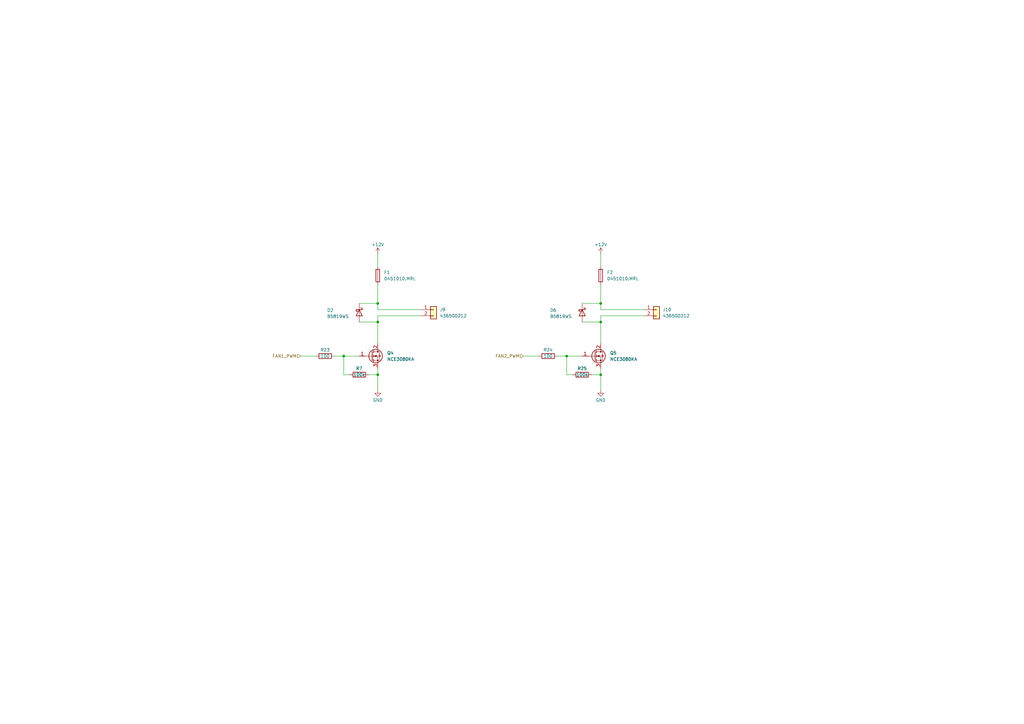
<source format=kicad_sch>
(kicad_sch (version 20231120) (generator "eeschema") (generator_version "8.0")
  (paper "A3")
  (title_block (title "Porto - Butterfly") (date "2025-02-20") (rev "v2.0"))
  (lib_symbols
    (symbol "Connector_Generic:Conn_01x02" (pin_names (offset 1.016) hide)
      (property "Reference" "J" (at 0 2.54 0))
      (property "Value" "Conn_01x02" (at 0 -5.08 0))
      (symbol "Conn_01x02_1_1"
        (rectangle (start -1.27 -2.413) (end 0 -2.667) (stroke (width 0.1524)))
        (rectangle (start -1.27 0.127) (end 0 -0.127) (stroke (width 0.1524)))
        (rectangle (start -1.27 1.27) (end 1.27 -3.81) (stroke (width 0.254)) (fill (type background)))
        (pin passive line (at -5.08 0 0) (length 3.81) (name "Pin_1") (number "1"))
        (pin passive line (at -5.08 -2.54 0) (length 3.81) (name "Pin_2") (number "2"))
      )
    )
    (symbol "Device:D_Schottky" (pin_numbers hide) (pin_names (offset 1.016) hide)
      (property "Reference" "D" (at 0 2.54 0))
      (property "Value" "D_Schottky" (at 0 -2.54 0))
      (symbol "D_Schottky_0_1"
        (polyline (pts (xy 1.27 0) (xy -1.27 0)))
        (polyline (pts (xy 1.27 1.27) (xy 1.27 -1.27) (xy -1.27 0) (xy 1.27 1.27)) (stroke (width 0.254)))
        (polyline (pts (xy -1.905 0.635) (xy -1.905 1.27) (xy -1.27 1.27) (xy -1.27 -1.27) (xy -0.635 -1.27) (xy -0.635 -0.635)) (stroke (width 0.254)))
      )
      (symbol "D_Schottky_1_1"
        (pin passive line (at -3.81 0 0) (length 2.54) (name "K") (number "1"))
        (pin passive line (at 3.81 0 180) (length 2.54) (name "A") (number "2"))
      )
    )
    (symbol "Device:Fuse" (pin_numbers hide) (pin_names (offset 0))
      (property "Reference" "F" (at 2.032 0 90))
      (property "Value" "Fuse" (at -1.905 0 90))
      (symbol "Fuse_0_1"
        (rectangle (start -0.762 -2.54) (end 0.762 2.54) (stroke (width 0.254)))
        (polyline (pts (xy 0 2.54) (xy 0 -2.54)))
      )
      (symbol "Fuse_1_1"
        (pin passive line (at 0 3.81 270) (length 1.27) (name "~") (number "1"))
        (pin passive line (at 0 -3.81 90) (length 1.27) (name "~") (number "2"))
      )
    )
    (symbol "Device:Q_NMOS_GDS" (pin_names (offset 0) hide)
      (property "Reference" "Q" (at 5.08 1.27 0))
      (property "Value" "Q_NMOS_GDS" (at 5.08 -1.27 0))
      (symbol "Q_NMOS_GDS_0_1"
        (polyline (pts (xy 0.254 0) (xy -2.54 0)))
        (polyline (pts (xy 0.254 1.905) (xy 0.254 -1.905)) (stroke (width 0.254)))
        (polyline (pts (xy 0.762 -1.27) (xy 0.762 -2.286)) (stroke (width 0.254)))
        (polyline (pts (xy 0.762 0.508) (xy 0.762 -0.508)) (stroke (width 0.254)))
        (polyline (pts (xy 0.762 2.286) (xy 0.762 1.27)) (stroke (width 0.254)))
        (polyline (pts (xy 2.54 2.54) (xy 2.54 1.778)))
        (polyline (pts (xy 2.54 -2.54) (xy 2.54 0) (xy 0.762 0)))
        (polyline (pts (xy 0.762 -1.778) (xy 3.302 -1.778) (xy 3.302 1.778) (xy 0.762 1.778)))
        (polyline (pts (xy 1.016 0) (xy 2.032 0.381) (xy 2.032 -0.381) (xy 1.016 0)) (fill (type outline)))
        (polyline (pts (xy 2.794 0.508) (xy 2.921 0.381) (xy 3.683 0.381) (xy 3.81 0.254)))
        (polyline (pts (xy 3.302 0.381) (xy 2.921 -0.254) (xy 3.683 -0.254) (xy 3.302 0.381)))
        (circle (center 1.651 0) (radius 2.794) (stroke (width 0.254)))
        (circle (center 2.54 -1.778) (radius 0.254) (fill (type outline)))
        (circle (center 2.54 1.778) (radius 0.254) (fill (type outline)))
      )
      (symbol "Q_NMOS_GDS_1_1"
        (pin input line (at -5.08 0 0) (length 2.54) (name "G") (number "1"))
        (pin passive line (at 2.54 5.08 270) (length 2.54) (name "D") (number "2"))
        (pin passive line (at 2.54 -5.08 90) (length 2.54) (name "S") (number "3"))
      )
    )
    (symbol "Device:R" (pin_numbers hide) (pin_names (offset 0))
      (property "Reference" "R" (at 2.032 0 90))
      (property "Value" "R" (at 0 0 90))
      (symbol "R_0_1"
        (rectangle (start -1.016 -2.54) (end 1.016 2.54) (stroke (width 0.254)))
      )
      (symbol "R_1_1"
        (pin passive line (at 0 3.81 270) (length 1.27) (name "~") (number "1"))
        (pin passive line (at 0 -3.81 90) (length 1.27) (name "~") (number "2"))
      )
    )
    (symbol "power:+12V" (power) (pin_numbers hide) (pin_names (offset 0) hide)
      (property "Value" "+12V" (at 0 3.556 0))
      (symbol "+12V_0_1"
        (polyline (pts (xy -0.762 1.27) (xy 0 2.54)))
        (polyline (pts (xy 0 0) (xy 0 2.54)))
        (polyline (pts (xy 0 2.54) (xy 0.762 1.27)))
      )
      (symbol "+12V_1_1"
        (pin power_in line (at 0 0 90) (length 0) (name "~") (number "1"))
      )
    )
    (symbol "power:GND" (power) (pin_numbers hide) (pin_names (offset 0) hide)
      (property "Value" "GND" (at 0 -3.81 0))
      (symbol "GND_0_1"
        (polyline (pts (xy 0 0) (xy 0 -1.27) (xy 1.27 -1.27) (xy 0 -2.54) (xy -1.27 -1.27) (xy 0 -1.27)))
      )
      (symbol "GND_1_1"
        (pin power_in line (at 0 0 270) (length 0) (name "~") (number "1"))
      )
    )
  )
  (junction (at 246.38 132.08))
  (junction (at 154.94 132.08))
  (junction (at 232.41 146.05))
  (junction (at 140.97 146.05))
  (junction (at 246.38 124.46))
  (junction (at 154.94 153.67))
  (junction (at 154.94 124.46))
  (junction (at 246.38 153.67))
  (wire (pts (xy 154.94 124.46) (xy 154.94 116.84)))
  (wire (pts (xy 246.38 151.13) (xy 246.38 153.67)))
  (wire (pts (xy 123.19 146.05) (xy 129.54 146.05)))
  (wire (pts (xy 143.51 153.67) (xy 140.97 153.67)))
  (wire (pts (xy 246.38 124.46) (xy 246.38 116.84)))
  (wire (pts (xy 154.94 127) (xy 154.94 124.46)))
  (wire (pts (xy 238.76 124.46) (xy 246.38 124.46)))
  (wire (pts (xy 246.38 127) (xy 264.16 127)))
  (wire (pts (xy 154.94 153.67) (xy 154.94 160.02)))
  (wire (pts (xy 232.41 146.05) (xy 238.76 146.05)))
  (wire (pts (xy 154.94 151.13) (xy 154.94 153.67)))
  (wire (pts (xy 246.38 153.67) (xy 246.38 160.02)))
  (wire (pts (xy 246.38 140.97) (xy 246.38 132.08)))
  (wire (pts (xy 140.97 146.05) (xy 147.32 146.05)))
  (wire (pts (xy 154.94 140.97) (xy 154.94 132.08)))
  (wire (pts (xy 147.32 132.08) (xy 154.94 132.08)))
  (wire (pts (xy 140.97 153.67) (xy 140.97 146.05)))
  (wire (pts (xy 154.94 129.54) (xy 172.72 129.54)))
  (wire (pts (xy 242.57 153.67) (xy 246.38 153.67)))
  (wire (pts (xy 246.38 127) (xy 246.38 124.46)))
  (wire (pts (xy 154.94 127) (xy 172.72 127)))
  (wire (pts (xy 147.32 124.46) (xy 154.94 124.46)))
  (wire (pts (xy 238.76 132.08) (xy 246.38 132.08)))
  (wire (pts (xy 246.38 132.08) (xy 246.38 129.54)))
  (wire (pts (xy 154.94 109.22) (xy 154.94 104.14)))
  (wire (pts (xy 228.6 146.05) (xy 232.41 146.05)))
  (wire (pts (xy 154.94 132.08) (xy 154.94 129.54)))
  (wire (pts (xy 232.41 153.67) (xy 232.41 146.05)))
  (wire (pts (xy 246.38 129.54) (xy 264.16 129.54)))
  (wire (pts (xy 214.63 146.05) (xy 220.98 146.05)))
  (wire (pts (xy 151.13 153.67) (xy 154.94 153.67)))
  (wire (pts (xy 246.38 109.22) (xy 246.38 104.14)))
  (wire (pts (xy 234.95 153.67) (xy 232.41 153.67)))
  (wire (pts (xy 137.16 146.05) (xy 140.97 146.05)))
  (hierarchical_label "FAN2_PWM" (shape input) (at 214.63 146.05 180))
  (hierarchical_label "FAN1_PWM" (shape input) (at 123.19 146.05 180))
  (symbol (lib_id "Device:R") (at 147.32 153.67 90) (unit 1)
    (property "Reference" "R7" (at 147.32 151.13 90))
    (property "Value" "100k" (at 147.32 153.67 90))
    (property "Footprint" "Resistor_SMD:R_0402_1005Metric_Pad0.72x0.64mm_HandSolder" (effects (hide yes)))
    (property "Description" "Resistor" (effects (hide yes)))
    (property "JLC" "C25741" (effects (hide yes)))
  )
  (symbol (lib_id "Device:Fuse") (at 246.38 113.03 0) (unit 1)
    (property "Reference" "F2" (at 248.92 111.7599 0) (effects (justify left)))
    (property "Value" "0451010.MRL" (at 248.92 114.2999 0) (effects (justify left)))
    (property "Footprint" "butterfly-footprint-libs:0451010.MRL" (effects (hide yes)))
    (property "Datasheet" "https://www.lcsc.com/datasheet/lcsc_datasheet_2304140030_Littelfuse-0451010-MRL_C44479.pdf" (effects (hide yes)))
    (property "Description" "SMD Fuse 10A 125V 125V SMD,6.1x2.7mm Disposable fuses ROHS" (effects (hide yes)))
    (property "JLC" "C44479" (effects (hide yes)))
  )
  (symbol (lib_id "power:+12V") (at 154.94 104.14 0) (unit 1)
    (property "Reference" "#PWR020" (effects (hide yes)))
    (property "Value" "+12V" (at 154.94 100.33 0))
    (property "Description" "Power symbol creates a global label with name \"+12V\"" (effects (hide yes)))
  )
  (symbol (lib_id "Device:R") (at 238.76 153.67 90) (unit 1)
    (property "Reference" "R25" (at 238.76 151.13 90))
    (property "Value" "100k" (at 238.76 153.67 90))
    (property "Footprint" "Resistor_SMD:R_0402_1005Metric_Pad0.72x0.64mm_HandSolder" (effects (hide yes)))
    (property "Description" "Resistor" (effects (hide yes)))
    (property "JLC" "C25741" (effects (hide yes)))
  )
  (symbol (lib_id "power:+12V") (at 246.38 104.14 0) (unit 1)
    (property "Reference" "#PWR021" (effects (hide yes)))
    (property "Value" "+12V" (at 246.38 100.33 0))
    (property "Description" "Power symbol creates a global label with name \"+12V\"" (effects (hide yes)))
  )
  (symbol (lib_id "Device:R") (at 224.79 146.05 90) (unit 1)
    (property "Reference" "R24" (at 224.79 143.51 90))
    (property "Value" "100" (at 224.79 146.05 90))
    (property "Footprint" "Resistor_SMD:R_0402_1005Metric_Pad0.72x0.64mm_HandSolder" (effects (hide yes)))
    (property "Description" "Resistor" (effects (hide yes)))
    (property "JLC" "C25076" (effects (hide yes)))
  )
  (symbol (lib_id "power:GND") (at 154.94 160.02 0) (unit 1)
    (property "Reference" "#PWR019" (effects (hide yes)))
    (property "Value" "GND" (at 154.94 164.084 0))
    (property "Description" "Power symbol creates a global label with name \"GND\" , ground" (effects (hide yes)))
  )
  (symbol (lib_id "Device:D_Schottky") (at 147.32 128.27 270) (unit 1)
    (property "Reference" "D2" (at 134.112 127.254 90) (effects (justify left)))
    (property "Value" "B5819WS" (at 134.112 129.794 90) (effects (justify left)))
    (property "Footprint" "Diode_SMD:D_SOD-323" (effects (hide yes)))
    (property "Datasheet" "https://datasheet.lcsc.com/szlcsc/1912111437_MCC-Micro-Commercial-Components-B5819WS-TP_C78734.pdf" (effects (hide yes)))
    (property "Description" "Schottky diode" (effects (hide yes)))
    (property "JLC" "C78734" (effects (hide yes)))
  )
  (symbol (lib_id "Device:Fuse") (at 154.94 113.03 0) (unit 1)
    (property "Reference" "F1" (at 157.48 111.7599 0) (effects (justify left)))
    (property "Value" "0451010.MRL" (at 157.48 114.2999 0) (effects (justify left)))
    (property "Footprint" "butterfly-footprint-libs:0451010.MRL" (effects (hide yes)))
    (property "Datasheet" "https://www.lcsc.com/datasheet/lcsc_datasheet_2304140030_Littelfuse-0451010-MRL_C44479.pdf" (effects (hide yes)))
    (property "Description" "SMD Fuse 10A 125V 125V SMD,6.1x2.7mm Disposable fuses ROHS" (effects (hide yes)))
    (property "JLC" "C44479" (effects (hide yes)))
  )
  (symbol (lib_id "Device:D_Schottky") (at 238.76 128.27 270) (unit 1)
    (property "Reference" "D6" (at 225.552 127.254 90) (effects (justify left)))
    (property "Value" "B5819WS" (at 225.552 129.794 90) (effects (justify left)))
    (property "Footprint" "Diode_SMD:D_SOD-323" (effects (hide yes)))
    (property "Datasheet" "https://datasheet.lcsc.com/szlcsc/1912111437_MCC-Micro-Commercial-Components-B5819WS-TP_C78734.pdf" (effects (hide yes)))
    (property "Description" "Schottky diode" (effects (hide yes)))
    (property "JLC" "C78734" (effects (hide yes)))
  )
  (symbol (lib_id "Connector_Generic:Conn_01x02") (at 177.8 127 0) (unit 1)
    (property "Reference" "J9" (at 180.34 126.9999 0) (effects (justify left)))
    (property "Value" "436500212" (at 180.34 129.5399 0) (effects (justify left)))
    (property "Footprint" "butterfly-footprint-libs:436500212" (effects (hide yes)))
    (property "Datasheet" "https://tools.molex.com/pdm_docs/ps/PS-43650.pdf" (effects (hide yes)))
    (property "Description" "1x2P 2P Micro-Fit(MX 3.0) Tin 2 -40℃~+105℃ 8.5A 1 3mm Brass Horizontal attachment SMD,P=3mm,Surface Mount，Right Angle Wire To Board Connector ROHS" (effects (hide yes)))
    (property "JLC" "C240839" (effects (hide yes)))
  )
  (symbol (lib_id "power:GND") (at 246.38 160.02 0) (unit 1)
    (property "Reference" "#PWR032" (effects (hide yes)))
    (property "Value" "GND" (at 246.38 164.084 0))
    (property "Description" "Power symbol creates a global label with name \"GND\" , ground" (effects (hide yes)))
  )
  (symbol (lib_id "Connector_Generic:Conn_01x02") (at 269.24 127 0) (unit 1)
    (property "Reference" "J10" (at 271.78 126.9999 0) (effects (justify left)))
    (property "Value" "436500212" (at 271.78 129.5399 0) (effects (justify left)))
    (property "Footprint" "butterfly-footprint-libs:436500212" (effects (hide yes)))
    (property "Datasheet" "https://tools.molex.com/pdm_docs/ps/PS-43650.pdf" (effects (hide yes)))
    (property "Description" "1x2P 2P Micro-Fit(MX 3.0) Tin 2 -40℃~+105℃ 8.5A 1 3mm Brass Horizontal attachment SMD,P=3mm,Surface Mount，Right Angle Wire To Board Connector ROHS" (effects (hide yes)))
    (property "JLC" "C240839" (effects (hide yes)))
  )
  (symbol (lib_id "Device:Q_NMOS_GDS") (at 243.84 146.05 0) (unit 1)
    (property "Reference" "Q5" (at 250.19 144.7799 0) (effects (justify left)))
    (property "Value" "NCE3080KA" (at 250.19 147.3199 0) (effects (justify left)))
    (property "Footprint" "Package_TO_SOT_SMD:TO-252-2" (effects (hide yes)))
    (property "Datasheet" "https://www.lcsc.com/datasheet/lcsc_datasheet_2410121452_Wuxi-NCE-Power-Semiconductor-NCE3080KA_C152149.pdf" (effects (hide yes)))
    (property "Description" "N-MOSFET transistor, gate/drain/source" (effects (hide yes)))
    (property "JLC" "C152149" (effects (hide yes)))
  )
  (symbol (lib_id "Device:Q_NMOS_GDS") (at 152.4 146.05 0) (unit 1)
    (property "Reference" "Q4" (at 158.75 144.7799 0) (effects (justify left)))
    (property "Value" "NCE3080KA" (at 158.75 147.3199 0) (effects (justify left)))
    (property "Footprint" "Package_TO_SOT_SMD:TO-252-2" (effects (hide yes)))
    (property "Datasheet" "https://www.lcsc.com/datasheet/lcsc_datasheet_2410121452_Wuxi-NCE-Power-Semiconductor-NCE3080KA_C152149.pdf" (effects (hide yes)))
    (property "Description" "N-MOSFET transistor, gate/drain/source" (effects (hide yes)))
    (property "JLC" "C152149" (effects (hide yes)))
  )
  (symbol (lib_id "Device:R") (at 133.35 146.05 90) (unit 1)
    (property "Reference" "R23" (at 133.35 143.51 90))
    (property "Value" "100" (at 133.35 146.05 90))
    (property "Footprint" "Resistor_SMD:R_0402_1005Metric_Pad0.72x0.64mm_HandSolder" (effects (hide yes)))
    (property "Description" "Resistor" (effects (hide yes)))
    (property "JLC" "C25076" (effects (hide yes)))
  )
)
</source>
